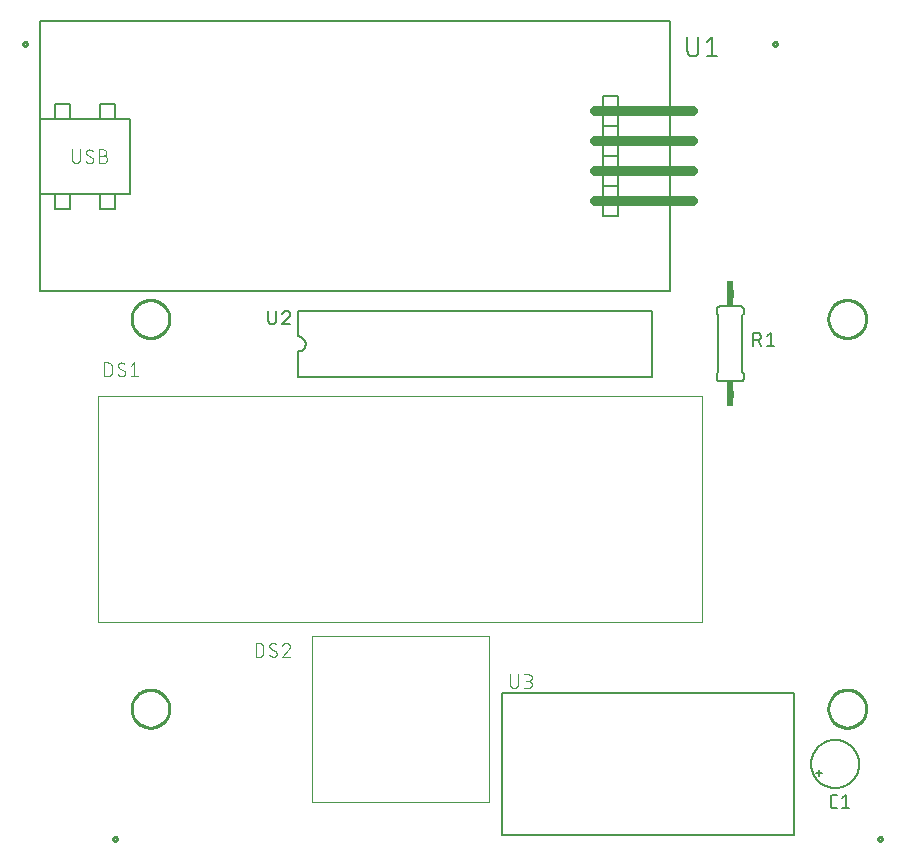
<source format=gbr>
G04 EAGLE Gerber RS-274X export*
G75*
%MOMM*%
%FSLAX34Y34*%
%LPD*%
%INSilkscreen Top*%
%IPPOS*%
%AMOC8*
5,1,8,0,0,1.08239X$1,22.5*%
G01*
%ADD10C,0.152400*%
%ADD11C,0.127000*%
%ADD12C,0.100000*%
%ADD13C,0.101600*%
%ADD14C,0.609600*%
%ADD15R,0.609600X0.863600*%
%ADD16C,0.812800*%
%ADD17C,0.254000*%


D10*
X760730Y231140D02*
X760730Y236220D01*
X763270Y233680D02*
X758190Y233680D01*
X754380Y241300D02*
X754386Y241799D01*
X754404Y242297D01*
X754435Y242795D01*
X754478Y243292D01*
X754533Y243787D01*
X754600Y244282D01*
X754679Y244774D01*
X754770Y245264D01*
X754874Y245752D01*
X754989Y246237D01*
X755116Y246720D01*
X755255Y247199D01*
X755406Y247674D01*
X755568Y248146D01*
X755742Y248613D01*
X755927Y249076D01*
X756123Y249535D01*
X756331Y249988D01*
X756550Y250436D01*
X756779Y250879D01*
X757020Y251316D01*
X757271Y251747D01*
X757533Y252171D01*
X757805Y252589D01*
X758087Y253000D01*
X758379Y253405D01*
X758681Y253802D01*
X758992Y254191D01*
X759314Y254572D01*
X759644Y254946D01*
X759983Y255311D01*
X760332Y255668D01*
X760689Y256017D01*
X761054Y256356D01*
X761428Y256686D01*
X761809Y257008D01*
X762198Y257319D01*
X762595Y257621D01*
X763000Y257913D01*
X763411Y258195D01*
X763829Y258467D01*
X764253Y258729D01*
X764684Y258980D01*
X765121Y259221D01*
X765564Y259450D01*
X766012Y259669D01*
X766465Y259877D01*
X766924Y260073D01*
X767387Y260258D01*
X767854Y260432D01*
X768326Y260594D01*
X768801Y260745D01*
X769280Y260884D01*
X769763Y261011D01*
X770248Y261126D01*
X770736Y261230D01*
X771226Y261321D01*
X771718Y261400D01*
X772213Y261467D01*
X772708Y261522D01*
X773205Y261565D01*
X773703Y261596D01*
X774201Y261614D01*
X774700Y261620D01*
X775199Y261614D01*
X775697Y261596D01*
X776195Y261565D01*
X776692Y261522D01*
X777187Y261467D01*
X777682Y261400D01*
X778174Y261321D01*
X778664Y261230D01*
X779152Y261126D01*
X779637Y261011D01*
X780120Y260884D01*
X780599Y260745D01*
X781074Y260594D01*
X781546Y260432D01*
X782013Y260258D01*
X782476Y260073D01*
X782935Y259877D01*
X783388Y259669D01*
X783836Y259450D01*
X784279Y259221D01*
X784716Y258980D01*
X785147Y258729D01*
X785571Y258467D01*
X785989Y258195D01*
X786400Y257913D01*
X786805Y257621D01*
X787202Y257319D01*
X787591Y257008D01*
X787972Y256686D01*
X788346Y256356D01*
X788711Y256017D01*
X789068Y255668D01*
X789417Y255311D01*
X789756Y254946D01*
X790086Y254572D01*
X790408Y254191D01*
X790719Y253802D01*
X791021Y253405D01*
X791313Y253000D01*
X791595Y252589D01*
X791867Y252171D01*
X792129Y251747D01*
X792380Y251316D01*
X792621Y250879D01*
X792850Y250436D01*
X793069Y249988D01*
X793277Y249535D01*
X793473Y249076D01*
X793658Y248613D01*
X793832Y248146D01*
X793994Y247674D01*
X794145Y247199D01*
X794284Y246720D01*
X794411Y246237D01*
X794526Y245752D01*
X794630Y245264D01*
X794721Y244774D01*
X794800Y244282D01*
X794867Y243787D01*
X794922Y243292D01*
X794965Y242795D01*
X794996Y242297D01*
X795014Y241799D01*
X795020Y241300D01*
X795014Y240801D01*
X794996Y240303D01*
X794965Y239805D01*
X794922Y239308D01*
X794867Y238813D01*
X794800Y238318D01*
X794721Y237826D01*
X794630Y237336D01*
X794526Y236848D01*
X794411Y236363D01*
X794284Y235880D01*
X794145Y235401D01*
X793994Y234926D01*
X793832Y234454D01*
X793658Y233987D01*
X793473Y233524D01*
X793277Y233065D01*
X793069Y232612D01*
X792850Y232164D01*
X792621Y231721D01*
X792380Y231284D01*
X792129Y230853D01*
X791867Y230429D01*
X791595Y230011D01*
X791313Y229600D01*
X791021Y229195D01*
X790719Y228798D01*
X790408Y228409D01*
X790086Y228028D01*
X789756Y227654D01*
X789417Y227289D01*
X789068Y226932D01*
X788711Y226583D01*
X788346Y226244D01*
X787972Y225914D01*
X787591Y225592D01*
X787202Y225281D01*
X786805Y224979D01*
X786400Y224687D01*
X785989Y224405D01*
X785571Y224133D01*
X785147Y223871D01*
X784716Y223620D01*
X784279Y223379D01*
X783836Y223150D01*
X783388Y222931D01*
X782935Y222723D01*
X782476Y222527D01*
X782013Y222342D01*
X781546Y222168D01*
X781074Y222006D01*
X780599Y221855D01*
X780120Y221716D01*
X779637Y221589D01*
X779152Y221474D01*
X778664Y221370D01*
X778174Y221279D01*
X777682Y221200D01*
X777187Y221133D01*
X776692Y221078D01*
X776195Y221035D01*
X775697Y221004D01*
X775199Y220986D01*
X774700Y220980D01*
X774201Y220986D01*
X773703Y221004D01*
X773205Y221035D01*
X772708Y221078D01*
X772213Y221133D01*
X771718Y221200D01*
X771226Y221279D01*
X770736Y221370D01*
X770248Y221474D01*
X769763Y221589D01*
X769280Y221716D01*
X768801Y221855D01*
X768326Y222006D01*
X767854Y222168D01*
X767387Y222342D01*
X766924Y222527D01*
X766465Y222723D01*
X766012Y222931D01*
X765564Y223150D01*
X765121Y223379D01*
X764684Y223620D01*
X764253Y223871D01*
X763829Y224133D01*
X763411Y224405D01*
X763000Y224687D01*
X762595Y224979D01*
X762198Y225281D01*
X761809Y225592D01*
X761428Y225914D01*
X761054Y226244D01*
X760689Y226583D01*
X760332Y226932D01*
X759983Y227289D01*
X759644Y227654D01*
X759314Y228028D01*
X758992Y228409D01*
X758681Y228798D01*
X758379Y229195D01*
X758087Y229600D01*
X757805Y230011D01*
X757533Y230429D01*
X757271Y230853D01*
X757020Y231284D01*
X756779Y231721D01*
X756550Y232164D01*
X756331Y232612D01*
X756123Y233065D01*
X755927Y233524D01*
X755742Y233987D01*
X755568Y234454D01*
X755406Y234926D01*
X755255Y235401D01*
X755116Y235880D01*
X754989Y236363D01*
X754874Y236848D01*
X754770Y237336D01*
X754679Y237826D01*
X754600Y238318D01*
X754533Y238813D01*
X754478Y239308D01*
X754435Y239805D01*
X754404Y240303D01*
X754386Y240801D01*
X754380Y241300D01*
D11*
X773393Y203835D02*
X775933Y203835D01*
X773393Y203835D02*
X773293Y203837D01*
X773194Y203843D01*
X773094Y203853D01*
X772996Y203866D01*
X772897Y203884D01*
X772800Y203905D01*
X772704Y203930D01*
X772608Y203959D01*
X772514Y203992D01*
X772421Y204028D01*
X772330Y204068D01*
X772240Y204112D01*
X772152Y204159D01*
X772066Y204209D01*
X771982Y204263D01*
X771900Y204320D01*
X771821Y204380D01*
X771743Y204444D01*
X771669Y204510D01*
X771597Y204579D01*
X771528Y204651D01*
X771462Y204725D01*
X771398Y204803D01*
X771338Y204882D01*
X771281Y204964D01*
X771227Y205048D01*
X771177Y205134D01*
X771130Y205222D01*
X771086Y205312D01*
X771046Y205403D01*
X771010Y205496D01*
X770977Y205590D01*
X770948Y205686D01*
X770923Y205782D01*
X770902Y205879D01*
X770884Y205978D01*
X770871Y206076D01*
X770861Y206176D01*
X770855Y206275D01*
X770853Y206375D01*
X770853Y212725D01*
X770855Y212825D01*
X770861Y212924D01*
X770871Y213024D01*
X770884Y213122D01*
X770902Y213221D01*
X770923Y213318D01*
X770948Y213414D01*
X770977Y213510D01*
X771010Y213604D01*
X771046Y213697D01*
X771086Y213788D01*
X771130Y213878D01*
X771177Y213966D01*
X771227Y214052D01*
X771281Y214136D01*
X771338Y214218D01*
X771398Y214297D01*
X771462Y214375D01*
X771528Y214449D01*
X771597Y214521D01*
X771669Y214590D01*
X771743Y214656D01*
X771821Y214720D01*
X771900Y214780D01*
X771982Y214837D01*
X772066Y214891D01*
X772152Y214941D01*
X772240Y214988D01*
X772330Y215032D01*
X772421Y215072D01*
X772514Y215108D01*
X772608Y215141D01*
X772704Y215170D01*
X772800Y215195D01*
X772897Y215216D01*
X772996Y215234D01*
X773094Y215247D01*
X773194Y215257D01*
X773293Y215263D01*
X773393Y215265D01*
X775933Y215265D01*
X780415Y212725D02*
X783590Y215265D01*
X783590Y203835D01*
X780415Y203835D02*
X786765Y203835D01*
D12*
X662400Y552700D02*
X150400Y552700D01*
X662400Y552700D02*
X662400Y361700D01*
X150400Y361700D01*
X150400Y552700D01*
D13*
X155695Y569468D02*
X155695Y581152D01*
X158941Y581152D01*
X159054Y581150D01*
X159167Y581144D01*
X159280Y581134D01*
X159393Y581120D01*
X159505Y581103D01*
X159616Y581081D01*
X159726Y581056D01*
X159836Y581026D01*
X159944Y580993D01*
X160051Y580956D01*
X160157Y580916D01*
X160261Y580871D01*
X160364Y580823D01*
X160465Y580772D01*
X160564Y580717D01*
X160661Y580659D01*
X160756Y580597D01*
X160849Y580532D01*
X160939Y580464D01*
X161027Y580393D01*
X161113Y580318D01*
X161196Y580241D01*
X161276Y580161D01*
X161353Y580078D01*
X161428Y579992D01*
X161499Y579904D01*
X161567Y579814D01*
X161632Y579721D01*
X161694Y579626D01*
X161752Y579529D01*
X161807Y579430D01*
X161858Y579329D01*
X161906Y579226D01*
X161951Y579122D01*
X161991Y579016D01*
X162028Y578909D01*
X162061Y578801D01*
X162091Y578691D01*
X162116Y578581D01*
X162138Y578470D01*
X162155Y578358D01*
X162169Y578245D01*
X162179Y578132D01*
X162185Y578019D01*
X162187Y577906D01*
X162186Y577906D02*
X162186Y572714D01*
X162187Y572714D02*
X162185Y572601D01*
X162179Y572488D01*
X162169Y572375D01*
X162155Y572262D01*
X162138Y572150D01*
X162116Y572039D01*
X162091Y571929D01*
X162061Y571819D01*
X162028Y571711D01*
X161991Y571604D01*
X161951Y571498D01*
X161906Y571394D01*
X161858Y571291D01*
X161807Y571190D01*
X161752Y571091D01*
X161694Y570994D01*
X161632Y570899D01*
X161567Y570806D01*
X161499Y570716D01*
X161428Y570628D01*
X161353Y570542D01*
X161276Y570459D01*
X161196Y570379D01*
X161113Y570302D01*
X161027Y570227D01*
X160939Y570156D01*
X160849Y570088D01*
X160756Y570023D01*
X160661Y569961D01*
X160564Y569903D01*
X160465Y569848D01*
X160364Y569797D01*
X160261Y569749D01*
X160157Y569704D01*
X160051Y569664D01*
X159944Y569627D01*
X159836Y569594D01*
X159726Y569564D01*
X159616Y569539D01*
X159505Y569517D01*
X159393Y569500D01*
X159280Y569486D01*
X159167Y569476D01*
X159054Y569470D01*
X158941Y569468D01*
X155695Y569468D01*
X171020Y569468D02*
X171119Y569470D01*
X171219Y569476D01*
X171318Y569485D01*
X171416Y569498D01*
X171514Y569515D01*
X171612Y569536D01*
X171708Y569561D01*
X171803Y569589D01*
X171897Y569621D01*
X171990Y569656D01*
X172082Y569695D01*
X172172Y569738D01*
X172260Y569783D01*
X172347Y569833D01*
X172431Y569885D01*
X172514Y569941D01*
X172594Y569999D01*
X172672Y570061D01*
X172747Y570126D01*
X172820Y570194D01*
X172890Y570264D01*
X172958Y570337D01*
X173023Y570412D01*
X173085Y570490D01*
X173143Y570570D01*
X173199Y570653D01*
X173251Y570737D01*
X173301Y570824D01*
X173346Y570912D01*
X173389Y571002D01*
X173428Y571094D01*
X173463Y571187D01*
X173495Y571281D01*
X173523Y571376D01*
X173548Y571472D01*
X173569Y571570D01*
X173586Y571668D01*
X173599Y571766D01*
X173608Y571865D01*
X173614Y571965D01*
X173616Y572064D01*
X171020Y569468D02*
X170876Y569470D01*
X170731Y569476D01*
X170587Y569485D01*
X170444Y569498D01*
X170300Y569515D01*
X170157Y569536D01*
X170015Y569561D01*
X169874Y569589D01*
X169733Y569621D01*
X169593Y569657D01*
X169454Y569696D01*
X169316Y569739D01*
X169180Y569786D01*
X169044Y569836D01*
X168910Y569890D01*
X168778Y569947D01*
X168647Y570008D01*
X168518Y570072D01*
X168390Y570140D01*
X168264Y570210D01*
X168140Y570285D01*
X168019Y570362D01*
X167899Y570443D01*
X167781Y570526D01*
X167666Y570613D01*
X167553Y570703D01*
X167442Y570796D01*
X167334Y570891D01*
X167228Y570990D01*
X167125Y571091D01*
X167450Y578556D02*
X167452Y578655D01*
X167458Y578755D01*
X167467Y578854D01*
X167480Y578952D01*
X167497Y579050D01*
X167518Y579148D01*
X167543Y579244D01*
X167571Y579339D01*
X167603Y579433D01*
X167638Y579526D01*
X167677Y579618D01*
X167720Y579708D01*
X167765Y579796D01*
X167815Y579883D01*
X167867Y579967D01*
X167923Y580050D01*
X167981Y580130D01*
X168043Y580208D01*
X168108Y580283D01*
X168176Y580356D01*
X168246Y580426D01*
X168319Y580494D01*
X168394Y580559D01*
X168472Y580621D01*
X168552Y580679D01*
X168635Y580735D01*
X168719Y580787D01*
X168806Y580837D01*
X168894Y580882D01*
X168984Y580925D01*
X169076Y580964D01*
X169169Y580999D01*
X169263Y581031D01*
X169358Y581059D01*
X169455Y581084D01*
X169552Y581105D01*
X169650Y581122D01*
X169748Y581135D01*
X169847Y581144D01*
X169947Y581150D01*
X170046Y581152D01*
X170182Y581150D01*
X170318Y581144D01*
X170454Y581135D01*
X170590Y581122D01*
X170725Y581104D01*
X170859Y581084D01*
X170993Y581059D01*
X171127Y581031D01*
X171259Y580998D01*
X171390Y580963D01*
X171521Y580923D01*
X171650Y580880D01*
X171778Y580834D01*
X171904Y580783D01*
X172030Y580730D01*
X172153Y580672D01*
X172275Y580612D01*
X172395Y580548D01*
X172514Y580480D01*
X172630Y580410D01*
X172744Y580336D01*
X172857Y580259D01*
X172967Y580178D01*
X168747Y576284D02*
X168661Y576337D01*
X168577Y576394D01*
X168495Y576453D01*
X168415Y576516D01*
X168338Y576582D01*
X168263Y576650D01*
X168191Y576722D01*
X168122Y576796D01*
X168056Y576873D01*
X167993Y576952D01*
X167933Y577034D01*
X167876Y577118D01*
X167822Y577204D01*
X167772Y577292D01*
X167725Y577382D01*
X167681Y577473D01*
X167642Y577567D01*
X167605Y577661D01*
X167573Y577757D01*
X167544Y577855D01*
X167519Y577953D01*
X167498Y578052D01*
X167480Y578152D01*
X167467Y578252D01*
X167457Y578353D01*
X167451Y578455D01*
X167449Y578556D01*
X172318Y574336D02*
X172404Y574283D01*
X172488Y574226D01*
X172570Y574167D01*
X172650Y574104D01*
X172727Y574038D01*
X172802Y573970D01*
X172874Y573898D01*
X172943Y573824D01*
X173009Y573747D01*
X173072Y573668D01*
X173132Y573586D01*
X173189Y573502D01*
X173243Y573416D01*
X173293Y573328D01*
X173340Y573238D01*
X173384Y573147D01*
X173423Y573053D01*
X173460Y572959D01*
X173492Y572863D01*
X173521Y572765D01*
X173546Y572667D01*
X173567Y572568D01*
X173585Y572468D01*
X173598Y572368D01*
X173608Y572267D01*
X173614Y572165D01*
X173616Y572064D01*
X172318Y574336D02*
X168748Y576284D01*
X178174Y578556D02*
X181419Y581152D01*
X181419Y569468D01*
X178174Y569468D02*
X184665Y569468D01*
D12*
X331400Y349400D02*
X481400Y349400D01*
X481400Y209400D01*
X331400Y209400D01*
X331400Y349400D01*
D13*
X283965Y343662D02*
X283965Y331978D01*
X283965Y343662D02*
X287211Y343662D01*
X287324Y343660D01*
X287437Y343654D01*
X287550Y343644D01*
X287663Y343630D01*
X287775Y343613D01*
X287886Y343591D01*
X287996Y343566D01*
X288106Y343536D01*
X288214Y343503D01*
X288321Y343466D01*
X288427Y343426D01*
X288531Y343381D01*
X288634Y343333D01*
X288735Y343282D01*
X288834Y343227D01*
X288931Y343169D01*
X289026Y343107D01*
X289119Y343042D01*
X289209Y342974D01*
X289297Y342903D01*
X289383Y342828D01*
X289466Y342751D01*
X289546Y342671D01*
X289623Y342588D01*
X289698Y342502D01*
X289769Y342414D01*
X289837Y342324D01*
X289902Y342231D01*
X289964Y342136D01*
X290022Y342039D01*
X290077Y341940D01*
X290128Y341839D01*
X290176Y341736D01*
X290221Y341632D01*
X290261Y341526D01*
X290298Y341419D01*
X290331Y341311D01*
X290361Y341201D01*
X290386Y341091D01*
X290408Y340980D01*
X290425Y340868D01*
X290439Y340755D01*
X290449Y340642D01*
X290455Y340529D01*
X290457Y340416D01*
X290456Y340416D02*
X290456Y335224D01*
X290457Y335224D02*
X290455Y335111D01*
X290449Y334998D01*
X290439Y334885D01*
X290425Y334772D01*
X290408Y334660D01*
X290386Y334549D01*
X290361Y334439D01*
X290331Y334329D01*
X290298Y334221D01*
X290261Y334114D01*
X290221Y334008D01*
X290176Y333904D01*
X290128Y333801D01*
X290077Y333700D01*
X290022Y333601D01*
X289964Y333504D01*
X289902Y333409D01*
X289837Y333316D01*
X289769Y333226D01*
X289698Y333138D01*
X289623Y333052D01*
X289546Y332969D01*
X289466Y332889D01*
X289383Y332812D01*
X289297Y332737D01*
X289209Y332666D01*
X289119Y332598D01*
X289026Y332533D01*
X288931Y332471D01*
X288834Y332413D01*
X288735Y332358D01*
X288634Y332307D01*
X288531Y332259D01*
X288427Y332214D01*
X288321Y332174D01*
X288214Y332137D01*
X288106Y332104D01*
X287996Y332074D01*
X287886Y332049D01*
X287775Y332027D01*
X287663Y332010D01*
X287550Y331996D01*
X287437Y331986D01*
X287324Y331980D01*
X287211Y331978D01*
X283965Y331978D01*
X299290Y331978D02*
X299389Y331980D01*
X299489Y331986D01*
X299588Y331995D01*
X299686Y332008D01*
X299784Y332025D01*
X299882Y332046D01*
X299978Y332071D01*
X300073Y332099D01*
X300167Y332131D01*
X300260Y332166D01*
X300352Y332205D01*
X300442Y332248D01*
X300530Y332293D01*
X300617Y332343D01*
X300701Y332395D01*
X300784Y332451D01*
X300864Y332509D01*
X300942Y332571D01*
X301017Y332636D01*
X301090Y332704D01*
X301160Y332774D01*
X301228Y332847D01*
X301293Y332922D01*
X301355Y333000D01*
X301413Y333080D01*
X301469Y333163D01*
X301521Y333247D01*
X301571Y333334D01*
X301616Y333422D01*
X301659Y333512D01*
X301698Y333604D01*
X301733Y333697D01*
X301765Y333791D01*
X301793Y333886D01*
X301818Y333982D01*
X301839Y334080D01*
X301856Y334178D01*
X301869Y334276D01*
X301878Y334375D01*
X301884Y334475D01*
X301886Y334574D01*
X299290Y331978D02*
X299146Y331980D01*
X299001Y331986D01*
X298857Y331995D01*
X298714Y332008D01*
X298570Y332025D01*
X298427Y332046D01*
X298285Y332071D01*
X298144Y332099D01*
X298003Y332131D01*
X297863Y332167D01*
X297724Y332206D01*
X297586Y332249D01*
X297450Y332296D01*
X297314Y332346D01*
X297180Y332400D01*
X297048Y332457D01*
X296917Y332518D01*
X296788Y332582D01*
X296660Y332650D01*
X296534Y332720D01*
X296410Y332795D01*
X296289Y332872D01*
X296169Y332953D01*
X296051Y333036D01*
X295936Y333123D01*
X295823Y333213D01*
X295712Y333306D01*
X295604Y333401D01*
X295498Y333500D01*
X295395Y333601D01*
X295720Y341066D02*
X295722Y341165D01*
X295728Y341265D01*
X295737Y341364D01*
X295750Y341462D01*
X295767Y341560D01*
X295788Y341658D01*
X295813Y341754D01*
X295841Y341849D01*
X295873Y341943D01*
X295908Y342036D01*
X295947Y342128D01*
X295990Y342218D01*
X296035Y342306D01*
X296085Y342393D01*
X296137Y342477D01*
X296193Y342560D01*
X296251Y342640D01*
X296313Y342718D01*
X296378Y342793D01*
X296446Y342866D01*
X296516Y342936D01*
X296589Y343004D01*
X296664Y343069D01*
X296742Y343131D01*
X296822Y343189D01*
X296905Y343245D01*
X296989Y343297D01*
X297076Y343347D01*
X297164Y343392D01*
X297254Y343435D01*
X297346Y343474D01*
X297439Y343509D01*
X297533Y343541D01*
X297628Y343569D01*
X297725Y343594D01*
X297822Y343615D01*
X297920Y343632D01*
X298018Y343645D01*
X298117Y343654D01*
X298217Y343660D01*
X298316Y343662D01*
X298452Y343660D01*
X298588Y343654D01*
X298724Y343645D01*
X298860Y343632D01*
X298995Y343614D01*
X299129Y343594D01*
X299263Y343569D01*
X299397Y343541D01*
X299529Y343508D01*
X299660Y343473D01*
X299791Y343433D01*
X299920Y343390D01*
X300048Y343344D01*
X300174Y343293D01*
X300300Y343240D01*
X300423Y343182D01*
X300545Y343122D01*
X300665Y343058D01*
X300784Y342990D01*
X300900Y342920D01*
X301014Y342846D01*
X301127Y342769D01*
X301237Y342688D01*
X297017Y338794D02*
X296931Y338847D01*
X296847Y338904D01*
X296765Y338963D01*
X296685Y339026D01*
X296608Y339092D01*
X296533Y339160D01*
X296461Y339232D01*
X296392Y339306D01*
X296326Y339383D01*
X296263Y339462D01*
X296203Y339544D01*
X296146Y339628D01*
X296092Y339714D01*
X296042Y339802D01*
X295995Y339892D01*
X295951Y339983D01*
X295912Y340077D01*
X295875Y340171D01*
X295843Y340267D01*
X295814Y340365D01*
X295789Y340463D01*
X295768Y340562D01*
X295750Y340662D01*
X295737Y340762D01*
X295727Y340863D01*
X295721Y340965D01*
X295719Y341066D01*
X300588Y336846D02*
X300674Y336793D01*
X300758Y336736D01*
X300840Y336677D01*
X300920Y336614D01*
X300997Y336548D01*
X301072Y336480D01*
X301144Y336408D01*
X301213Y336334D01*
X301279Y336257D01*
X301342Y336178D01*
X301402Y336096D01*
X301459Y336012D01*
X301513Y335926D01*
X301563Y335838D01*
X301610Y335748D01*
X301654Y335657D01*
X301693Y335563D01*
X301730Y335469D01*
X301762Y335373D01*
X301791Y335275D01*
X301816Y335177D01*
X301837Y335078D01*
X301855Y334978D01*
X301868Y334878D01*
X301878Y334777D01*
X301884Y334675D01*
X301886Y334574D01*
X300588Y336846D02*
X297018Y338794D01*
X310014Y343662D02*
X310121Y343660D01*
X310227Y343654D01*
X310333Y343644D01*
X310439Y343631D01*
X310545Y343613D01*
X310649Y343592D01*
X310753Y343567D01*
X310856Y343538D01*
X310957Y343506D01*
X311057Y343469D01*
X311156Y343429D01*
X311254Y343386D01*
X311350Y343339D01*
X311444Y343288D01*
X311536Y343234D01*
X311626Y343177D01*
X311714Y343117D01*
X311799Y343053D01*
X311882Y342986D01*
X311963Y342916D01*
X312041Y342844D01*
X312117Y342768D01*
X312189Y342690D01*
X312259Y342609D01*
X312326Y342526D01*
X312390Y342441D01*
X312450Y342353D01*
X312507Y342263D01*
X312561Y342171D01*
X312612Y342077D01*
X312659Y341981D01*
X312702Y341883D01*
X312742Y341784D01*
X312779Y341684D01*
X312811Y341583D01*
X312840Y341480D01*
X312865Y341376D01*
X312886Y341272D01*
X312904Y341166D01*
X312917Y341060D01*
X312927Y340954D01*
X312933Y340848D01*
X312935Y340741D01*
X310014Y343662D02*
X309893Y343660D01*
X309772Y343654D01*
X309652Y343644D01*
X309531Y343631D01*
X309412Y343613D01*
X309292Y343592D01*
X309174Y343567D01*
X309057Y343538D01*
X308940Y343505D01*
X308825Y343469D01*
X308711Y343428D01*
X308598Y343385D01*
X308486Y343337D01*
X308377Y343286D01*
X308269Y343231D01*
X308162Y343173D01*
X308058Y343112D01*
X307956Y343047D01*
X307856Y342979D01*
X307758Y342908D01*
X307662Y342834D01*
X307569Y342757D01*
X307479Y342676D01*
X307391Y342593D01*
X307306Y342507D01*
X307223Y342418D01*
X307144Y342327D01*
X307067Y342233D01*
X306994Y342137D01*
X306924Y342039D01*
X306857Y341938D01*
X306793Y341835D01*
X306733Y341730D01*
X306676Y341623D01*
X306622Y341515D01*
X306572Y341405D01*
X306526Y341293D01*
X306483Y341180D01*
X306444Y341065D01*
X311962Y338469D02*
X312041Y338546D01*
X312117Y338627D01*
X312190Y338710D01*
X312260Y338795D01*
X312327Y338883D01*
X312391Y338973D01*
X312451Y339065D01*
X312508Y339160D01*
X312562Y339256D01*
X312613Y339354D01*
X312660Y339454D01*
X312704Y339556D01*
X312744Y339659D01*
X312780Y339763D01*
X312812Y339869D01*
X312841Y339975D01*
X312866Y340083D01*
X312888Y340191D01*
X312905Y340301D01*
X312919Y340410D01*
X312928Y340520D01*
X312934Y340631D01*
X312936Y340741D01*
X311961Y338469D02*
X306444Y331978D01*
X312935Y331978D01*
D10*
X674370Y567690D02*
X674372Y567590D01*
X674378Y567491D01*
X674388Y567391D01*
X674401Y567293D01*
X674419Y567194D01*
X674440Y567097D01*
X674465Y567001D01*
X674494Y566905D01*
X674527Y566811D01*
X674563Y566718D01*
X674603Y566627D01*
X674647Y566537D01*
X674694Y566449D01*
X674744Y566363D01*
X674798Y566279D01*
X674855Y566197D01*
X674915Y566118D01*
X674979Y566040D01*
X675045Y565966D01*
X675114Y565894D01*
X675186Y565825D01*
X675260Y565759D01*
X675338Y565695D01*
X675417Y565635D01*
X675499Y565578D01*
X675583Y565524D01*
X675669Y565474D01*
X675757Y565427D01*
X675847Y565383D01*
X675938Y565343D01*
X676031Y565307D01*
X676125Y565274D01*
X676221Y565245D01*
X676317Y565220D01*
X676414Y565199D01*
X676513Y565181D01*
X676611Y565168D01*
X676711Y565158D01*
X676810Y565152D01*
X676910Y565150D01*
X694690Y565150D02*
X694790Y565152D01*
X694889Y565158D01*
X694989Y565168D01*
X695087Y565181D01*
X695186Y565199D01*
X695283Y565220D01*
X695379Y565245D01*
X695475Y565274D01*
X695569Y565307D01*
X695662Y565343D01*
X695753Y565383D01*
X695843Y565427D01*
X695931Y565474D01*
X696017Y565524D01*
X696101Y565578D01*
X696183Y565635D01*
X696262Y565695D01*
X696340Y565759D01*
X696414Y565825D01*
X696486Y565894D01*
X696555Y565966D01*
X696621Y566040D01*
X696685Y566118D01*
X696745Y566197D01*
X696802Y566279D01*
X696856Y566363D01*
X696906Y566449D01*
X696953Y566537D01*
X696997Y566627D01*
X697037Y566718D01*
X697073Y566811D01*
X697106Y566905D01*
X697135Y567001D01*
X697160Y567097D01*
X697181Y567194D01*
X697199Y567293D01*
X697212Y567391D01*
X697222Y567491D01*
X697228Y567590D01*
X697230Y567690D01*
X697230Y626110D02*
X697228Y626210D01*
X697222Y626309D01*
X697212Y626409D01*
X697199Y626507D01*
X697181Y626606D01*
X697160Y626703D01*
X697135Y626799D01*
X697106Y626895D01*
X697073Y626989D01*
X697037Y627082D01*
X696997Y627173D01*
X696953Y627263D01*
X696906Y627351D01*
X696856Y627437D01*
X696802Y627521D01*
X696745Y627603D01*
X696685Y627682D01*
X696621Y627760D01*
X696555Y627834D01*
X696486Y627906D01*
X696414Y627975D01*
X696340Y628041D01*
X696262Y628105D01*
X696183Y628165D01*
X696101Y628222D01*
X696017Y628276D01*
X695931Y628326D01*
X695843Y628373D01*
X695753Y628417D01*
X695662Y628457D01*
X695569Y628493D01*
X695475Y628526D01*
X695379Y628555D01*
X695283Y628580D01*
X695186Y628601D01*
X695087Y628619D01*
X694989Y628632D01*
X694889Y628642D01*
X694790Y628648D01*
X694690Y628650D01*
X676910Y628650D02*
X676810Y628648D01*
X676711Y628642D01*
X676611Y628632D01*
X676513Y628619D01*
X676414Y628601D01*
X676317Y628580D01*
X676221Y628555D01*
X676125Y628526D01*
X676031Y628493D01*
X675938Y628457D01*
X675847Y628417D01*
X675757Y628373D01*
X675669Y628326D01*
X675583Y628276D01*
X675499Y628222D01*
X675417Y628165D01*
X675338Y628105D01*
X675260Y628041D01*
X675186Y627975D01*
X675114Y627906D01*
X675045Y627834D01*
X674979Y627760D01*
X674915Y627682D01*
X674855Y627603D01*
X674798Y627521D01*
X674744Y627437D01*
X674694Y627351D01*
X674647Y627263D01*
X674603Y627173D01*
X674563Y627082D01*
X674527Y626989D01*
X674494Y626895D01*
X674465Y626799D01*
X674440Y626703D01*
X674419Y626606D01*
X674401Y626507D01*
X674388Y626409D01*
X674378Y626309D01*
X674372Y626210D01*
X674370Y626110D01*
X676910Y565150D02*
X694690Y565150D01*
X674370Y567690D02*
X674370Y571500D01*
X675640Y572770D01*
X697230Y571500D02*
X697230Y567690D01*
X697230Y571500D02*
X695960Y572770D01*
X675640Y621030D02*
X674370Y622300D01*
X675640Y621030D02*
X675640Y572770D01*
X695960Y621030D02*
X697230Y622300D01*
X695960Y621030D02*
X695960Y572770D01*
X674370Y622300D02*
X674370Y626110D01*
X697230Y626110D02*
X697230Y622300D01*
X694690Y628650D02*
X676910Y628650D01*
D14*
X685800Y637540D02*
X685800Y641350D01*
X685800Y556260D02*
X685800Y552450D01*
D15*
X685800Y632968D03*
X685800Y560832D03*
X685800Y645668D03*
X685800Y548132D03*
D11*
X705568Y594995D02*
X705568Y606425D01*
X708743Y606425D01*
X708854Y606423D01*
X708964Y606417D01*
X709075Y606408D01*
X709185Y606394D01*
X709294Y606377D01*
X709403Y606356D01*
X709511Y606331D01*
X709618Y606302D01*
X709724Y606270D01*
X709829Y606234D01*
X709932Y606194D01*
X710034Y606151D01*
X710135Y606104D01*
X710234Y606053D01*
X710331Y606000D01*
X710425Y605943D01*
X710518Y605882D01*
X710609Y605819D01*
X710698Y605752D01*
X710784Y605682D01*
X710867Y605609D01*
X710949Y605534D01*
X711027Y605456D01*
X711102Y605374D01*
X711175Y605291D01*
X711245Y605205D01*
X711312Y605116D01*
X711375Y605025D01*
X711436Y604932D01*
X711493Y604837D01*
X711546Y604741D01*
X711597Y604642D01*
X711644Y604541D01*
X711687Y604439D01*
X711727Y604336D01*
X711763Y604231D01*
X711795Y604125D01*
X711824Y604018D01*
X711849Y603910D01*
X711870Y603801D01*
X711887Y603692D01*
X711901Y603582D01*
X711910Y603471D01*
X711916Y603361D01*
X711918Y603250D01*
X711916Y603139D01*
X711910Y603029D01*
X711901Y602918D01*
X711887Y602808D01*
X711870Y602699D01*
X711849Y602590D01*
X711824Y602482D01*
X711795Y602375D01*
X711763Y602269D01*
X711727Y602164D01*
X711687Y602061D01*
X711644Y601959D01*
X711597Y601858D01*
X711546Y601759D01*
X711493Y601663D01*
X711436Y601568D01*
X711375Y601475D01*
X711312Y601384D01*
X711245Y601295D01*
X711175Y601209D01*
X711102Y601126D01*
X711027Y601044D01*
X710949Y600966D01*
X710867Y600891D01*
X710784Y600818D01*
X710698Y600748D01*
X710609Y600681D01*
X710518Y600618D01*
X710425Y600557D01*
X710331Y600500D01*
X710234Y600447D01*
X710135Y600396D01*
X710034Y600349D01*
X709932Y600306D01*
X709829Y600266D01*
X709724Y600230D01*
X709618Y600198D01*
X709511Y600169D01*
X709403Y600144D01*
X709294Y600123D01*
X709185Y600106D01*
X709075Y600092D01*
X708964Y600083D01*
X708854Y600077D01*
X708743Y600075D01*
X705568Y600075D01*
X709378Y600075D02*
X711918Y594995D01*
X716915Y603885D02*
X720090Y606425D01*
X720090Y594995D01*
X716915Y594995D02*
X723265Y594995D01*
D10*
X320040Y590550D02*
X320040Y568960D01*
X320040Y590550D02*
X320198Y590552D01*
X320357Y590558D01*
X320515Y590568D01*
X320672Y590582D01*
X320830Y590599D01*
X320986Y590621D01*
X321143Y590646D01*
X321298Y590676D01*
X321453Y590709D01*
X321607Y590746D01*
X321760Y590787D01*
X321912Y590832D01*
X322062Y590881D01*
X322212Y590933D01*
X322360Y590989D01*
X322507Y591049D01*
X322652Y591112D01*
X322795Y591179D01*
X322937Y591249D01*
X323077Y591323D01*
X323215Y591401D01*
X323351Y591482D01*
X323485Y591566D01*
X323617Y591653D01*
X323747Y591744D01*
X323874Y591838D01*
X323999Y591935D01*
X324122Y592036D01*
X324242Y592139D01*
X324359Y592245D01*
X324474Y592354D01*
X324586Y592466D01*
X324695Y592581D01*
X324801Y592698D01*
X324904Y592818D01*
X325005Y592941D01*
X325102Y593066D01*
X325196Y593193D01*
X325287Y593323D01*
X325374Y593455D01*
X325458Y593589D01*
X325539Y593725D01*
X325617Y593863D01*
X325691Y594003D01*
X325761Y594145D01*
X325828Y594288D01*
X325891Y594433D01*
X325951Y594580D01*
X326007Y594728D01*
X326059Y594878D01*
X326108Y595028D01*
X326153Y595180D01*
X326194Y595333D01*
X326231Y595487D01*
X326264Y595642D01*
X326294Y595797D01*
X326319Y595954D01*
X326341Y596110D01*
X326358Y596268D01*
X326372Y596425D01*
X326382Y596583D01*
X326388Y596742D01*
X326390Y596900D01*
X326388Y597058D01*
X326382Y597217D01*
X326372Y597375D01*
X326358Y597532D01*
X326341Y597690D01*
X326319Y597846D01*
X326294Y598003D01*
X326264Y598158D01*
X326231Y598313D01*
X326194Y598467D01*
X326153Y598620D01*
X326108Y598772D01*
X326059Y598922D01*
X326007Y599072D01*
X325951Y599220D01*
X325891Y599367D01*
X325828Y599512D01*
X325761Y599655D01*
X325691Y599797D01*
X325617Y599937D01*
X325539Y600075D01*
X325458Y600211D01*
X325374Y600345D01*
X325287Y600477D01*
X325196Y600607D01*
X325102Y600734D01*
X325005Y600859D01*
X324904Y600982D01*
X324801Y601102D01*
X324695Y601219D01*
X324586Y601334D01*
X324474Y601446D01*
X324359Y601555D01*
X324242Y601661D01*
X324122Y601764D01*
X323999Y601865D01*
X323874Y601962D01*
X323747Y602056D01*
X323617Y602147D01*
X323485Y602234D01*
X323351Y602318D01*
X323215Y602399D01*
X323077Y602477D01*
X322937Y602551D01*
X322795Y602621D01*
X322652Y602688D01*
X322507Y602751D01*
X322360Y602811D01*
X322212Y602867D01*
X322062Y602919D01*
X321912Y602968D01*
X321760Y603013D01*
X321607Y603054D01*
X321453Y603091D01*
X321298Y603124D01*
X321143Y603154D01*
X320986Y603179D01*
X320830Y603201D01*
X320672Y603218D01*
X320515Y603232D01*
X320357Y603242D01*
X320198Y603248D01*
X320040Y603250D01*
X619760Y624840D02*
X619760Y568960D01*
X320040Y568960D01*
X320040Y624840D02*
X619760Y624840D01*
X320040Y624840D02*
X320040Y603250D01*
D11*
X294894Y616712D02*
X294894Y624967D01*
X294894Y616712D02*
X294896Y616601D01*
X294902Y616491D01*
X294911Y616380D01*
X294925Y616270D01*
X294942Y616161D01*
X294963Y616052D01*
X294988Y615944D01*
X295017Y615837D01*
X295049Y615731D01*
X295085Y615626D01*
X295125Y615523D01*
X295168Y615421D01*
X295215Y615320D01*
X295266Y615221D01*
X295319Y615125D01*
X295376Y615030D01*
X295437Y614937D01*
X295500Y614846D01*
X295567Y614757D01*
X295637Y614671D01*
X295710Y614588D01*
X295785Y614506D01*
X295863Y614428D01*
X295945Y614353D01*
X296028Y614280D01*
X296114Y614210D01*
X296203Y614143D01*
X296294Y614080D01*
X296387Y614019D01*
X296482Y613962D01*
X296578Y613909D01*
X296677Y613858D01*
X296778Y613811D01*
X296880Y613768D01*
X296983Y613728D01*
X297088Y613692D01*
X297194Y613660D01*
X297301Y613631D01*
X297409Y613606D01*
X297518Y613585D01*
X297627Y613568D01*
X297737Y613554D01*
X297848Y613545D01*
X297958Y613539D01*
X298069Y613537D01*
X298180Y613539D01*
X298290Y613545D01*
X298401Y613554D01*
X298511Y613568D01*
X298620Y613585D01*
X298729Y613606D01*
X298837Y613631D01*
X298944Y613660D01*
X299050Y613692D01*
X299155Y613728D01*
X299258Y613768D01*
X299360Y613811D01*
X299461Y613858D01*
X299560Y613909D01*
X299656Y613962D01*
X299751Y614019D01*
X299844Y614080D01*
X299935Y614143D01*
X300024Y614210D01*
X300110Y614280D01*
X300193Y614353D01*
X300275Y614428D01*
X300353Y614506D01*
X300428Y614588D01*
X300501Y614671D01*
X300571Y614757D01*
X300638Y614846D01*
X300701Y614937D01*
X300762Y615030D01*
X300819Y615125D01*
X300872Y615221D01*
X300923Y615320D01*
X300970Y615421D01*
X301013Y615523D01*
X301053Y615626D01*
X301089Y615731D01*
X301121Y615837D01*
X301150Y615944D01*
X301175Y616052D01*
X301196Y616161D01*
X301213Y616270D01*
X301227Y616380D01*
X301236Y616491D01*
X301242Y616601D01*
X301244Y616712D01*
X301244Y624967D01*
X310198Y624968D02*
X310302Y624966D01*
X310407Y624960D01*
X310511Y624951D01*
X310614Y624938D01*
X310717Y624920D01*
X310819Y624900D01*
X310921Y624875D01*
X311021Y624847D01*
X311121Y624815D01*
X311219Y624779D01*
X311316Y624740D01*
X311411Y624698D01*
X311505Y624652D01*
X311597Y624602D01*
X311687Y624550D01*
X311775Y624494D01*
X311861Y624434D01*
X311945Y624372D01*
X312026Y624307D01*
X312105Y624239D01*
X312182Y624167D01*
X312255Y624094D01*
X312327Y624017D01*
X312395Y623938D01*
X312460Y623857D01*
X312522Y623773D01*
X312582Y623687D01*
X312638Y623599D01*
X312690Y623509D01*
X312740Y623417D01*
X312786Y623323D01*
X312828Y623228D01*
X312867Y623131D01*
X312903Y623033D01*
X312935Y622933D01*
X312963Y622833D01*
X312988Y622731D01*
X313008Y622629D01*
X313026Y622526D01*
X313039Y622423D01*
X313048Y622319D01*
X313054Y622214D01*
X313056Y622110D01*
X310198Y624967D02*
X310080Y624965D01*
X309961Y624959D01*
X309843Y624950D01*
X309726Y624937D01*
X309609Y624919D01*
X309492Y624899D01*
X309376Y624874D01*
X309261Y624846D01*
X309148Y624813D01*
X309035Y624778D01*
X308923Y624738D01*
X308813Y624696D01*
X308704Y624649D01*
X308596Y624599D01*
X308491Y624546D01*
X308387Y624489D01*
X308285Y624429D01*
X308185Y624366D01*
X308087Y624299D01*
X307991Y624230D01*
X307898Y624157D01*
X307807Y624081D01*
X307718Y624003D01*
X307632Y623921D01*
X307549Y623837D01*
X307468Y623751D01*
X307391Y623661D01*
X307316Y623570D01*
X307244Y623476D01*
X307175Y623379D01*
X307110Y623281D01*
X307047Y623180D01*
X306988Y623077D01*
X306932Y622973D01*
X306880Y622867D01*
X306831Y622759D01*
X306786Y622650D01*
X306744Y622539D01*
X306706Y622427D01*
X312103Y619888D02*
X312179Y619963D01*
X312254Y620042D01*
X312325Y620123D01*
X312394Y620207D01*
X312459Y620293D01*
X312521Y620381D01*
X312581Y620471D01*
X312637Y620563D01*
X312690Y620658D01*
X312739Y620754D01*
X312785Y620852D01*
X312828Y620951D01*
X312867Y621052D01*
X312902Y621154D01*
X312934Y621257D01*
X312962Y621361D01*
X312987Y621466D01*
X313008Y621573D01*
X313025Y621679D01*
X313038Y621786D01*
X313047Y621894D01*
X313053Y622002D01*
X313055Y622110D01*
X312103Y619887D02*
X306705Y613537D01*
X313055Y613537D01*
D10*
X492300Y301300D02*
X739600Y301300D01*
X739600Y181300D01*
X492300Y181300D01*
X492300Y301300D01*
D13*
X499618Y308554D02*
X499618Y316992D01*
X499618Y308554D02*
X499620Y308441D01*
X499626Y308328D01*
X499636Y308215D01*
X499650Y308102D01*
X499667Y307990D01*
X499689Y307879D01*
X499714Y307769D01*
X499744Y307659D01*
X499777Y307551D01*
X499814Y307444D01*
X499854Y307338D01*
X499899Y307234D01*
X499947Y307131D01*
X499998Y307030D01*
X500053Y306931D01*
X500111Y306834D01*
X500173Y306739D01*
X500238Y306646D01*
X500306Y306556D01*
X500377Y306468D01*
X500452Y306382D01*
X500529Y306299D01*
X500609Y306219D01*
X500692Y306142D01*
X500778Y306067D01*
X500866Y305996D01*
X500956Y305928D01*
X501049Y305863D01*
X501144Y305801D01*
X501241Y305743D01*
X501340Y305688D01*
X501441Y305637D01*
X501544Y305589D01*
X501648Y305544D01*
X501754Y305504D01*
X501861Y305467D01*
X501969Y305434D01*
X502079Y305404D01*
X502189Y305379D01*
X502300Y305357D01*
X502412Y305340D01*
X502525Y305326D01*
X502638Y305316D01*
X502751Y305310D01*
X502864Y305308D01*
X502977Y305310D01*
X503090Y305316D01*
X503203Y305326D01*
X503316Y305340D01*
X503428Y305357D01*
X503539Y305379D01*
X503649Y305404D01*
X503759Y305434D01*
X503867Y305467D01*
X503974Y305504D01*
X504080Y305544D01*
X504184Y305589D01*
X504287Y305637D01*
X504388Y305688D01*
X504487Y305743D01*
X504584Y305801D01*
X504679Y305863D01*
X504772Y305928D01*
X504862Y305996D01*
X504950Y306067D01*
X505036Y306142D01*
X505119Y306219D01*
X505199Y306299D01*
X505276Y306382D01*
X505351Y306468D01*
X505422Y306556D01*
X505490Y306646D01*
X505555Y306739D01*
X505617Y306834D01*
X505675Y306931D01*
X505730Y307030D01*
X505781Y307131D01*
X505829Y307234D01*
X505874Y307338D01*
X505914Y307444D01*
X505951Y307551D01*
X505984Y307659D01*
X506014Y307769D01*
X506039Y307879D01*
X506061Y307990D01*
X506078Y308102D01*
X506092Y308215D01*
X506102Y308328D01*
X506108Y308441D01*
X506110Y308554D01*
X506109Y308554D02*
X506109Y316992D01*
X511429Y305308D02*
X514675Y305308D01*
X514788Y305310D01*
X514901Y305316D01*
X515014Y305326D01*
X515127Y305340D01*
X515239Y305357D01*
X515350Y305379D01*
X515460Y305404D01*
X515570Y305434D01*
X515678Y305467D01*
X515785Y305504D01*
X515891Y305544D01*
X515995Y305589D01*
X516098Y305637D01*
X516199Y305688D01*
X516298Y305743D01*
X516395Y305801D01*
X516490Y305863D01*
X516583Y305928D01*
X516673Y305996D01*
X516761Y306067D01*
X516847Y306142D01*
X516930Y306219D01*
X517010Y306299D01*
X517087Y306382D01*
X517162Y306468D01*
X517233Y306556D01*
X517301Y306646D01*
X517366Y306739D01*
X517428Y306834D01*
X517486Y306931D01*
X517541Y307030D01*
X517592Y307131D01*
X517640Y307234D01*
X517685Y307338D01*
X517725Y307444D01*
X517762Y307551D01*
X517795Y307659D01*
X517825Y307769D01*
X517850Y307879D01*
X517872Y307990D01*
X517889Y308102D01*
X517903Y308215D01*
X517913Y308328D01*
X517919Y308441D01*
X517921Y308554D01*
X517919Y308667D01*
X517913Y308780D01*
X517903Y308893D01*
X517889Y309006D01*
X517872Y309118D01*
X517850Y309229D01*
X517825Y309339D01*
X517795Y309449D01*
X517762Y309557D01*
X517725Y309664D01*
X517685Y309770D01*
X517640Y309874D01*
X517592Y309977D01*
X517541Y310078D01*
X517486Y310177D01*
X517428Y310274D01*
X517366Y310369D01*
X517301Y310462D01*
X517233Y310552D01*
X517162Y310640D01*
X517087Y310726D01*
X517010Y310809D01*
X516930Y310889D01*
X516847Y310966D01*
X516761Y311041D01*
X516673Y311112D01*
X516583Y311180D01*
X516490Y311245D01*
X516395Y311307D01*
X516298Y311365D01*
X516199Y311420D01*
X516098Y311471D01*
X515995Y311519D01*
X515891Y311564D01*
X515785Y311604D01*
X515678Y311641D01*
X515570Y311674D01*
X515460Y311704D01*
X515350Y311729D01*
X515239Y311751D01*
X515127Y311768D01*
X515014Y311782D01*
X514901Y311792D01*
X514788Y311798D01*
X514675Y311800D01*
X515324Y316992D02*
X511429Y316992D01*
X515324Y316992D02*
X515425Y316990D01*
X515525Y316984D01*
X515625Y316974D01*
X515725Y316961D01*
X515824Y316943D01*
X515923Y316922D01*
X516020Y316897D01*
X516117Y316868D01*
X516212Y316835D01*
X516306Y316799D01*
X516398Y316759D01*
X516489Y316716D01*
X516578Y316669D01*
X516665Y316619D01*
X516751Y316565D01*
X516834Y316508D01*
X516914Y316448D01*
X516993Y316385D01*
X517069Y316318D01*
X517142Y316249D01*
X517212Y316177D01*
X517280Y316103D01*
X517345Y316026D01*
X517406Y315946D01*
X517465Y315864D01*
X517520Y315780D01*
X517572Y315694D01*
X517621Y315606D01*
X517666Y315516D01*
X517708Y315424D01*
X517746Y315331D01*
X517780Y315236D01*
X517811Y315141D01*
X517838Y315044D01*
X517861Y314946D01*
X517881Y314847D01*
X517896Y314747D01*
X517908Y314647D01*
X517916Y314547D01*
X517920Y314446D01*
X517920Y314346D01*
X517916Y314245D01*
X517908Y314145D01*
X517896Y314045D01*
X517881Y313945D01*
X517861Y313846D01*
X517838Y313748D01*
X517811Y313651D01*
X517780Y313556D01*
X517746Y313461D01*
X517708Y313368D01*
X517666Y313276D01*
X517621Y313186D01*
X517572Y313098D01*
X517520Y313012D01*
X517465Y312928D01*
X517406Y312846D01*
X517345Y312766D01*
X517280Y312689D01*
X517212Y312615D01*
X517142Y312543D01*
X517069Y312474D01*
X516993Y312407D01*
X516914Y312344D01*
X516834Y312284D01*
X516751Y312227D01*
X516665Y312173D01*
X516578Y312123D01*
X516489Y312076D01*
X516398Y312033D01*
X516306Y311993D01*
X516212Y311957D01*
X516117Y311924D01*
X516020Y311895D01*
X515923Y311870D01*
X515824Y311849D01*
X515725Y311831D01*
X515625Y311818D01*
X515525Y311808D01*
X515425Y311802D01*
X515324Y311800D01*
X515324Y311799D02*
X512727Y311799D01*
D11*
X101600Y641350D02*
X101600Y723900D01*
X101600Y787400D01*
X101600Y869950D01*
X635000Y869950D01*
X635000Y641350D01*
X101600Y641350D01*
X101600Y787400D02*
X114300Y787400D01*
X127000Y787400D01*
X152400Y787400D01*
X165100Y787400D01*
X177800Y787400D01*
X177800Y723900D01*
X165100Y723900D01*
X152400Y723900D01*
X127000Y723900D01*
X114300Y723900D01*
X101600Y723900D01*
X114300Y787400D02*
X114300Y800100D01*
X127000Y800100D01*
X127000Y787400D01*
X152400Y787400D02*
X152400Y800100D01*
X165100Y800100D01*
X165100Y787400D01*
X114300Y723900D02*
X114300Y711200D01*
X127000Y711200D01*
X127000Y723900D01*
X152400Y723900D02*
X152400Y711200D01*
X165100Y711200D01*
X165100Y723900D01*
X577850Y806450D02*
X590550Y806450D01*
X590550Y781050D01*
X590550Y755650D01*
X590550Y730250D01*
X590550Y704850D01*
X577850Y704850D01*
X577850Y730250D01*
X577850Y755650D01*
X577850Y781050D01*
X577850Y806450D01*
X577850Y781050D02*
X590550Y781050D01*
X590550Y755650D02*
X577850Y755650D01*
X577850Y730250D02*
X590550Y730250D01*
D16*
X571500Y793750D02*
X654050Y793750D01*
X654050Y768350D02*
X571500Y768350D01*
X571500Y742950D02*
X654050Y742950D01*
X654050Y717550D02*
X571500Y717550D01*
D13*
X128722Y753054D02*
X128722Y761492D01*
X128721Y753054D02*
X128723Y752941D01*
X128729Y752828D01*
X128739Y752715D01*
X128753Y752602D01*
X128770Y752490D01*
X128792Y752379D01*
X128817Y752269D01*
X128847Y752159D01*
X128880Y752051D01*
X128917Y751944D01*
X128957Y751838D01*
X129002Y751734D01*
X129050Y751631D01*
X129101Y751530D01*
X129156Y751431D01*
X129214Y751334D01*
X129276Y751239D01*
X129341Y751146D01*
X129409Y751056D01*
X129480Y750968D01*
X129555Y750882D01*
X129632Y750799D01*
X129712Y750719D01*
X129795Y750642D01*
X129881Y750567D01*
X129969Y750496D01*
X130059Y750428D01*
X130152Y750363D01*
X130247Y750301D01*
X130344Y750243D01*
X130443Y750188D01*
X130544Y750137D01*
X130647Y750089D01*
X130751Y750044D01*
X130857Y750004D01*
X130964Y749967D01*
X131072Y749934D01*
X131182Y749904D01*
X131292Y749879D01*
X131403Y749857D01*
X131515Y749840D01*
X131628Y749826D01*
X131741Y749816D01*
X131854Y749810D01*
X131967Y749808D01*
X132080Y749810D01*
X132193Y749816D01*
X132306Y749826D01*
X132419Y749840D01*
X132531Y749857D01*
X132642Y749879D01*
X132752Y749904D01*
X132862Y749934D01*
X132970Y749967D01*
X133077Y750004D01*
X133183Y750044D01*
X133287Y750089D01*
X133390Y750137D01*
X133491Y750188D01*
X133590Y750243D01*
X133687Y750301D01*
X133782Y750363D01*
X133875Y750428D01*
X133965Y750496D01*
X134053Y750567D01*
X134139Y750642D01*
X134222Y750719D01*
X134302Y750799D01*
X134379Y750882D01*
X134454Y750968D01*
X134525Y751056D01*
X134593Y751146D01*
X134658Y751239D01*
X134720Y751334D01*
X134778Y751431D01*
X134833Y751530D01*
X134884Y751631D01*
X134932Y751734D01*
X134977Y751838D01*
X135017Y751944D01*
X135054Y752051D01*
X135087Y752159D01*
X135117Y752269D01*
X135142Y752379D01*
X135164Y752490D01*
X135181Y752602D01*
X135195Y752715D01*
X135205Y752828D01*
X135211Y752941D01*
X135213Y753054D01*
X135213Y761492D01*
X146642Y752404D02*
X146640Y752305D01*
X146634Y752205D01*
X146625Y752106D01*
X146612Y752008D01*
X146595Y751910D01*
X146574Y751812D01*
X146549Y751716D01*
X146521Y751621D01*
X146489Y751527D01*
X146454Y751434D01*
X146415Y751342D01*
X146372Y751252D01*
X146327Y751164D01*
X146277Y751077D01*
X146225Y750993D01*
X146169Y750910D01*
X146111Y750830D01*
X146049Y750752D01*
X145984Y750677D01*
X145916Y750604D01*
X145846Y750534D01*
X145773Y750466D01*
X145698Y750401D01*
X145620Y750339D01*
X145540Y750281D01*
X145457Y750225D01*
X145373Y750173D01*
X145286Y750123D01*
X145198Y750078D01*
X145108Y750035D01*
X145016Y749996D01*
X144923Y749961D01*
X144829Y749929D01*
X144734Y749901D01*
X144638Y749876D01*
X144540Y749855D01*
X144442Y749838D01*
X144344Y749825D01*
X144245Y749816D01*
X144145Y749810D01*
X144046Y749808D01*
X143902Y749810D01*
X143757Y749816D01*
X143613Y749825D01*
X143470Y749838D01*
X143326Y749855D01*
X143183Y749876D01*
X143041Y749901D01*
X142900Y749929D01*
X142759Y749961D01*
X142619Y749997D01*
X142480Y750036D01*
X142342Y750079D01*
X142206Y750126D01*
X142070Y750176D01*
X141936Y750230D01*
X141804Y750287D01*
X141673Y750348D01*
X141544Y750412D01*
X141416Y750480D01*
X141290Y750550D01*
X141166Y750625D01*
X141045Y750702D01*
X140925Y750783D01*
X140807Y750866D01*
X140692Y750953D01*
X140579Y751043D01*
X140468Y751136D01*
X140360Y751231D01*
X140254Y751330D01*
X140151Y751431D01*
X140477Y758896D02*
X140479Y758995D01*
X140485Y759095D01*
X140494Y759194D01*
X140507Y759292D01*
X140524Y759390D01*
X140545Y759488D01*
X140570Y759584D01*
X140598Y759679D01*
X140630Y759773D01*
X140665Y759866D01*
X140704Y759958D01*
X140747Y760048D01*
X140792Y760136D01*
X140842Y760223D01*
X140894Y760307D01*
X140950Y760390D01*
X141008Y760470D01*
X141070Y760548D01*
X141135Y760623D01*
X141203Y760696D01*
X141273Y760766D01*
X141346Y760834D01*
X141421Y760899D01*
X141499Y760961D01*
X141579Y761019D01*
X141662Y761075D01*
X141746Y761127D01*
X141833Y761177D01*
X141921Y761222D01*
X142011Y761265D01*
X142103Y761304D01*
X142196Y761339D01*
X142290Y761371D01*
X142385Y761399D01*
X142482Y761424D01*
X142579Y761445D01*
X142677Y761462D01*
X142775Y761475D01*
X142874Y761484D01*
X142974Y761490D01*
X143073Y761492D01*
X143209Y761490D01*
X143345Y761484D01*
X143481Y761475D01*
X143617Y761462D01*
X143752Y761444D01*
X143886Y761424D01*
X144020Y761399D01*
X144154Y761371D01*
X144286Y761338D01*
X144417Y761303D01*
X144548Y761263D01*
X144677Y761220D01*
X144805Y761174D01*
X144931Y761123D01*
X145057Y761070D01*
X145180Y761012D01*
X145302Y760952D01*
X145422Y760888D01*
X145541Y760820D01*
X145657Y760750D01*
X145771Y760676D01*
X145884Y760599D01*
X145994Y760518D01*
X141774Y756624D02*
X141688Y756677D01*
X141604Y756734D01*
X141522Y756793D01*
X141442Y756856D01*
X141365Y756922D01*
X141290Y756990D01*
X141218Y757062D01*
X141149Y757136D01*
X141083Y757213D01*
X141020Y757292D01*
X140960Y757374D01*
X140903Y757458D01*
X140849Y757544D01*
X140799Y757632D01*
X140752Y757722D01*
X140708Y757813D01*
X140669Y757907D01*
X140632Y758001D01*
X140600Y758097D01*
X140571Y758195D01*
X140546Y758293D01*
X140525Y758392D01*
X140507Y758492D01*
X140494Y758592D01*
X140484Y758693D01*
X140478Y758795D01*
X140476Y758896D01*
X145345Y754676D02*
X145431Y754623D01*
X145515Y754566D01*
X145597Y754507D01*
X145677Y754444D01*
X145754Y754378D01*
X145829Y754310D01*
X145901Y754238D01*
X145970Y754164D01*
X146036Y754087D01*
X146099Y754008D01*
X146159Y753926D01*
X146216Y753842D01*
X146270Y753756D01*
X146320Y753668D01*
X146367Y753578D01*
X146411Y753487D01*
X146450Y753393D01*
X146487Y753299D01*
X146519Y753203D01*
X146548Y753105D01*
X146573Y753007D01*
X146594Y752908D01*
X146612Y752808D01*
X146625Y752708D01*
X146635Y752607D01*
X146641Y752505D01*
X146643Y752404D01*
X145344Y754676D02*
X141774Y756624D01*
X151751Y756299D02*
X154996Y756299D01*
X154996Y756300D02*
X155109Y756298D01*
X155222Y756292D01*
X155335Y756282D01*
X155448Y756268D01*
X155560Y756251D01*
X155671Y756229D01*
X155781Y756204D01*
X155891Y756174D01*
X155999Y756141D01*
X156106Y756104D01*
X156212Y756064D01*
X156316Y756019D01*
X156419Y755971D01*
X156520Y755920D01*
X156619Y755865D01*
X156716Y755807D01*
X156811Y755745D01*
X156904Y755680D01*
X156994Y755612D01*
X157082Y755541D01*
X157168Y755466D01*
X157251Y755389D01*
X157331Y755309D01*
X157408Y755226D01*
X157483Y755140D01*
X157554Y755052D01*
X157622Y754962D01*
X157687Y754869D01*
X157749Y754774D01*
X157807Y754677D01*
X157862Y754578D01*
X157913Y754477D01*
X157961Y754374D01*
X158006Y754270D01*
X158046Y754164D01*
X158083Y754057D01*
X158116Y753949D01*
X158146Y753839D01*
X158171Y753729D01*
X158193Y753618D01*
X158210Y753506D01*
X158224Y753393D01*
X158234Y753280D01*
X158240Y753167D01*
X158242Y753054D01*
X158240Y752941D01*
X158234Y752828D01*
X158224Y752715D01*
X158210Y752602D01*
X158193Y752490D01*
X158171Y752379D01*
X158146Y752269D01*
X158116Y752159D01*
X158083Y752051D01*
X158046Y751944D01*
X158006Y751838D01*
X157961Y751734D01*
X157913Y751631D01*
X157862Y751530D01*
X157807Y751431D01*
X157749Y751334D01*
X157687Y751239D01*
X157622Y751146D01*
X157554Y751056D01*
X157483Y750968D01*
X157408Y750882D01*
X157331Y750799D01*
X157251Y750719D01*
X157168Y750642D01*
X157082Y750567D01*
X156994Y750496D01*
X156904Y750428D01*
X156811Y750363D01*
X156716Y750301D01*
X156619Y750243D01*
X156520Y750188D01*
X156419Y750137D01*
X156316Y750089D01*
X156212Y750044D01*
X156106Y750004D01*
X155999Y749967D01*
X155891Y749934D01*
X155781Y749904D01*
X155671Y749879D01*
X155560Y749857D01*
X155448Y749840D01*
X155335Y749826D01*
X155222Y749816D01*
X155109Y749810D01*
X154996Y749808D01*
X151751Y749808D01*
X151751Y761492D01*
X154996Y761492D01*
X155097Y761490D01*
X155197Y761484D01*
X155297Y761474D01*
X155397Y761461D01*
X155496Y761443D01*
X155595Y761422D01*
X155692Y761397D01*
X155789Y761368D01*
X155884Y761335D01*
X155978Y761299D01*
X156070Y761259D01*
X156161Y761216D01*
X156250Y761169D01*
X156337Y761119D01*
X156423Y761065D01*
X156506Y761008D01*
X156586Y760948D01*
X156665Y760885D01*
X156741Y760818D01*
X156814Y760749D01*
X156884Y760677D01*
X156952Y760603D01*
X157017Y760526D01*
X157078Y760446D01*
X157137Y760364D01*
X157192Y760280D01*
X157244Y760194D01*
X157293Y760106D01*
X157338Y760016D01*
X157380Y759924D01*
X157418Y759831D01*
X157452Y759736D01*
X157483Y759641D01*
X157510Y759544D01*
X157533Y759446D01*
X157553Y759347D01*
X157568Y759247D01*
X157580Y759147D01*
X157588Y759047D01*
X157592Y758946D01*
X157592Y758846D01*
X157588Y758745D01*
X157580Y758645D01*
X157568Y758545D01*
X157553Y758445D01*
X157533Y758346D01*
X157510Y758248D01*
X157483Y758151D01*
X157452Y758056D01*
X157418Y757961D01*
X157380Y757868D01*
X157338Y757776D01*
X157293Y757686D01*
X157244Y757598D01*
X157192Y757512D01*
X157137Y757428D01*
X157078Y757346D01*
X157017Y757266D01*
X156952Y757189D01*
X156884Y757115D01*
X156814Y757043D01*
X156741Y756974D01*
X156665Y756907D01*
X156586Y756844D01*
X156506Y756784D01*
X156423Y756727D01*
X156337Y756673D01*
X156250Y756623D01*
X156161Y756576D01*
X156070Y756533D01*
X155978Y756493D01*
X155884Y756457D01*
X155789Y756424D01*
X155692Y756395D01*
X155595Y756370D01*
X155496Y756349D01*
X155397Y756331D01*
X155297Y756318D01*
X155197Y756308D01*
X155097Y756302D01*
X154996Y756300D01*
D10*
X649695Y844748D02*
X649695Y856488D01*
X649694Y844748D02*
X649696Y844615D01*
X649702Y844483D01*
X649712Y844351D01*
X649725Y844219D01*
X649743Y844087D01*
X649764Y843957D01*
X649789Y843826D01*
X649818Y843697D01*
X649851Y843569D01*
X649887Y843441D01*
X649927Y843315D01*
X649971Y843190D01*
X650019Y843066D01*
X650070Y842944D01*
X650125Y842823D01*
X650183Y842704D01*
X650245Y842586D01*
X650310Y842471D01*
X650379Y842357D01*
X650450Y842246D01*
X650526Y842137D01*
X650604Y842030D01*
X650685Y841925D01*
X650770Y841823D01*
X650857Y841723D01*
X650947Y841626D01*
X651040Y841531D01*
X651136Y841440D01*
X651234Y841351D01*
X651335Y841265D01*
X651439Y841182D01*
X651545Y841102D01*
X651653Y841026D01*
X651763Y840952D01*
X651876Y840882D01*
X651990Y840815D01*
X652107Y840752D01*
X652225Y840692D01*
X652345Y840635D01*
X652467Y840582D01*
X652590Y840533D01*
X652714Y840487D01*
X652840Y840445D01*
X652967Y840407D01*
X653095Y840372D01*
X653224Y840341D01*
X653353Y840314D01*
X653484Y840291D01*
X653615Y840271D01*
X653747Y840256D01*
X653879Y840244D01*
X654011Y840236D01*
X654144Y840232D01*
X654276Y840232D01*
X654409Y840236D01*
X654541Y840244D01*
X654673Y840256D01*
X654805Y840271D01*
X654936Y840291D01*
X655067Y840314D01*
X655196Y840341D01*
X655325Y840372D01*
X655453Y840407D01*
X655580Y840445D01*
X655706Y840487D01*
X655830Y840533D01*
X655953Y840582D01*
X656075Y840635D01*
X656195Y840692D01*
X656313Y840752D01*
X656430Y840815D01*
X656544Y840882D01*
X656657Y840952D01*
X656767Y841026D01*
X656875Y841102D01*
X656981Y841182D01*
X657085Y841265D01*
X657186Y841351D01*
X657284Y841440D01*
X657380Y841531D01*
X657473Y841626D01*
X657563Y841723D01*
X657650Y841823D01*
X657735Y841925D01*
X657816Y842030D01*
X657894Y842137D01*
X657970Y842246D01*
X658041Y842357D01*
X658110Y842471D01*
X658175Y842586D01*
X658237Y842704D01*
X658295Y842823D01*
X658350Y842944D01*
X658401Y843066D01*
X658449Y843190D01*
X658493Y843315D01*
X658533Y843441D01*
X658569Y843569D01*
X658602Y843697D01*
X658631Y843826D01*
X658656Y843957D01*
X658677Y844087D01*
X658695Y844219D01*
X658708Y844351D01*
X658718Y844483D01*
X658724Y844615D01*
X658726Y844748D01*
X658726Y856488D01*
X665847Y852876D02*
X670362Y856488D01*
X670362Y840232D01*
X665847Y840232D02*
X674878Y840232D01*
D17*
X211000Y617476D02*
X210932Y616431D01*
X210795Y615392D01*
X210590Y614365D01*
X210319Y613353D01*
X209983Y612361D01*
X209582Y611393D01*
X209118Y610454D01*
X208595Y609546D01*
X208013Y608675D01*
X207375Y607844D01*
X206684Y607057D01*
X205943Y606316D01*
X205156Y605625D01*
X204325Y604988D01*
X203454Y604406D01*
X202546Y603882D01*
X201607Y603418D01*
X200639Y603017D01*
X199647Y602681D01*
X198635Y602410D01*
X197608Y602205D01*
X196569Y602069D01*
X195524Y602000D01*
X194476Y602000D01*
X193431Y602069D01*
X192392Y602205D01*
X191365Y602410D01*
X190353Y602681D01*
X189361Y603017D01*
X188393Y603418D01*
X187454Y603882D01*
X186546Y604406D01*
X185675Y604988D01*
X184844Y605625D01*
X184057Y606316D01*
X183316Y607057D01*
X182625Y607844D01*
X181988Y608675D01*
X181406Y609546D01*
X180882Y610454D01*
X180418Y611393D01*
X180017Y612361D01*
X179681Y613353D01*
X179410Y614365D01*
X179205Y615392D01*
X179069Y616431D01*
X179000Y617476D01*
X179000Y618524D01*
X179069Y619569D01*
X179205Y620608D01*
X179410Y621635D01*
X179681Y622647D01*
X180017Y623639D01*
X180418Y624607D01*
X180882Y625546D01*
X181406Y626454D01*
X181988Y627325D01*
X182625Y628156D01*
X183316Y628943D01*
X184057Y629684D01*
X184844Y630375D01*
X185675Y631013D01*
X186546Y631595D01*
X187454Y632118D01*
X188393Y632582D01*
X189361Y632983D01*
X190353Y633319D01*
X191365Y633590D01*
X192392Y633795D01*
X193431Y633932D01*
X194476Y634000D01*
X195524Y634000D01*
X196569Y633932D01*
X197608Y633795D01*
X198635Y633590D01*
X199647Y633319D01*
X200639Y632983D01*
X201607Y632582D01*
X202546Y632118D01*
X203454Y631595D01*
X204325Y631013D01*
X205156Y630375D01*
X205943Y629684D01*
X206684Y628943D01*
X207375Y628156D01*
X208013Y627325D01*
X208595Y626454D01*
X209118Y625546D01*
X209582Y624607D01*
X209983Y623639D01*
X210319Y622647D01*
X210590Y621635D01*
X210795Y620608D01*
X210932Y619569D01*
X211000Y618524D01*
X211000Y617476D01*
X211000Y287476D02*
X210932Y286431D01*
X210795Y285392D01*
X210590Y284365D01*
X210319Y283353D01*
X209983Y282361D01*
X209582Y281393D01*
X209118Y280454D01*
X208595Y279546D01*
X208013Y278675D01*
X207375Y277844D01*
X206684Y277057D01*
X205943Y276316D01*
X205156Y275625D01*
X204325Y274988D01*
X203454Y274406D01*
X202546Y273882D01*
X201607Y273418D01*
X200639Y273017D01*
X199647Y272681D01*
X198635Y272410D01*
X197608Y272205D01*
X196569Y272069D01*
X195524Y272000D01*
X194476Y272000D01*
X193431Y272069D01*
X192392Y272205D01*
X191365Y272410D01*
X190353Y272681D01*
X189361Y273017D01*
X188393Y273418D01*
X187454Y273882D01*
X186546Y274406D01*
X185675Y274988D01*
X184844Y275625D01*
X184057Y276316D01*
X183316Y277057D01*
X182625Y277844D01*
X181988Y278675D01*
X181406Y279546D01*
X180882Y280454D01*
X180418Y281393D01*
X180017Y282361D01*
X179681Y283353D01*
X179410Y284365D01*
X179205Y285392D01*
X179069Y286431D01*
X179000Y287476D01*
X179000Y288524D01*
X179069Y289569D01*
X179205Y290608D01*
X179410Y291635D01*
X179681Y292647D01*
X180017Y293639D01*
X180418Y294607D01*
X180882Y295546D01*
X181406Y296454D01*
X181988Y297325D01*
X182625Y298156D01*
X183316Y298943D01*
X184057Y299684D01*
X184844Y300375D01*
X185675Y301013D01*
X186546Y301595D01*
X187454Y302118D01*
X188393Y302582D01*
X189361Y302983D01*
X190353Y303319D01*
X191365Y303590D01*
X192392Y303795D01*
X193431Y303932D01*
X194476Y304000D01*
X195524Y304000D01*
X196569Y303932D01*
X197608Y303795D01*
X198635Y303590D01*
X199647Y303319D01*
X200639Y302983D01*
X201607Y302582D01*
X202546Y302118D01*
X203454Y301595D01*
X204325Y301013D01*
X205156Y300375D01*
X205943Y299684D01*
X206684Y298943D01*
X207375Y298156D01*
X208013Y297325D01*
X208595Y296454D01*
X209118Y295546D01*
X209582Y294607D01*
X209983Y293639D01*
X210319Y292647D01*
X210590Y291635D01*
X210795Y290608D01*
X210932Y289569D01*
X211000Y288524D01*
X211000Y287476D01*
X801000Y617476D02*
X800932Y616431D01*
X800795Y615392D01*
X800590Y614365D01*
X800319Y613353D01*
X799983Y612361D01*
X799582Y611393D01*
X799118Y610454D01*
X798595Y609546D01*
X798013Y608675D01*
X797375Y607844D01*
X796684Y607057D01*
X795943Y606316D01*
X795156Y605625D01*
X794325Y604988D01*
X793454Y604406D01*
X792546Y603882D01*
X791607Y603418D01*
X790639Y603017D01*
X789647Y602681D01*
X788635Y602410D01*
X787608Y602205D01*
X786569Y602069D01*
X785524Y602000D01*
X784476Y602000D01*
X783431Y602069D01*
X782392Y602205D01*
X781365Y602410D01*
X780353Y602681D01*
X779361Y603017D01*
X778393Y603418D01*
X777454Y603882D01*
X776546Y604406D01*
X775675Y604988D01*
X774844Y605625D01*
X774057Y606316D01*
X773316Y607057D01*
X772625Y607844D01*
X771988Y608675D01*
X771406Y609546D01*
X770882Y610454D01*
X770418Y611393D01*
X770017Y612361D01*
X769681Y613353D01*
X769410Y614365D01*
X769205Y615392D01*
X769069Y616431D01*
X769000Y617476D01*
X769000Y618524D01*
X769069Y619569D01*
X769205Y620608D01*
X769410Y621635D01*
X769681Y622647D01*
X770017Y623639D01*
X770418Y624607D01*
X770882Y625546D01*
X771406Y626454D01*
X771988Y627325D01*
X772625Y628156D01*
X773316Y628943D01*
X774057Y629684D01*
X774844Y630375D01*
X775675Y631013D01*
X776546Y631595D01*
X777454Y632118D01*
X778393Y632582D01*
X779361Y632983D01*
X780353Y633319D01*
X781365Y633590D01*
X782392Y633795D01*
X783431Y633932D01*
X784476Y634000D01*
X785524Y634000D01*
X786569Y633932D01*
X787608Y633795D01*
X788635Y633590D01*
X789647Y633319D01*
X790639Y632983D01*
X791607Y632582D01*
X792546Y632118D01*
X793454Y631595D01*
X794325Y631013D01*
X795156Y630375D01*
X795943Y629684D01*
X796684Y628943D01*
X797375Y628156D01*
X798013Y627325D01*
X798595Y626454D01*
X799118Y625546D01*
X799582Y624607D01*
X799983Y623639D01*
X800319Y622647D01*
X800590Y621635D01*
X800795Y620608D01*
X800932Y619569D01*
X801000Y618524D01*
X801000Y617476D01*
X801000Y287476D02*
X800932Y286431D01*
X800795Y285392D01*
X800590Y284365D01*
X800319Y283353D01*
X799983Y282361D01*
X799582Y281393D01*
X799118Y280454D01*
X798595Y279546D01*
X798013Y278675D01*
X797375Y277844D01*
X796684Y277057D01*
X795943Y276316D01*
X795156Y275625D01*
X794325Y274988D01*
X793454Y274406D01*
X792546Y273882D01*
X791607Y273418D01*
X790639Y273017D01*
X789647Y272681D01*
X788635Y272410D01*
X787608Y272205D01*
X786569Y272069D01*
X785524Y272000D01*
X784476Y272000D01*
X783431Y272069D01*
X782392Y272205D01*
X781365Y272410D01*
X780353Y272681D01*
X779361Y273017D01*
X778393Y273418D01*
X777454Y273882D01*
X776546Y274406D01*
X775675Y274988D01*
X774844Y275625D01*
X774057Y276316D01*
X773316Y277057D01*
X772625Y277844D01*
X771988Y278675D01*
X771406Y279546D01*
X770882Y280454D01*
X770418Y281393D01*
X770017Y282361D01*
X769681Y283353D01*
X769410Y284365D01*
X769205Y285392D01*
X769069Y286431D01*
X769000Y287476D01*
X769000Y288524D01*
X769069Y289569D01*
X769205Y290608D01*
X769410Y291635D01*
X769681Y292647D01*
X770017Y293639D01*
X770418Y294607D01*
X770882Y295546D01*
X771406Y296454D01*
X771988Y297325D01*
X772625Y298156D01*
X773316Y298943D01*
X774057Y299684D01*
X774844Y300375D01*
X775675Y301013D01*
X776546Y301595D01*
X777454Y302118D01*
X778393Y302582D01*
X779361Y302983D01*
X780353Y303319D01*
X781365Y303590D01*
X782392Y303795D01*
X783431Y303932D01*
X784476Y304000D01*
X785524Y304000D01*
X786569Y303932D01*
X787608Y303795D01*
X788635Y303590D01*
X789647Y303319D01*
X790639Y302983D01*
X791607Y302582D01*
X792546Y302118D01*
X793454Y301595D01*
X794325Y301013D01*
X795156Y300375D01*
X795943Y299684D01*
X796684Y298943D01*
X797375Y298156D01*
X798013Y297325D01*
X798595Y296454D01*
X799118Y295546D01*
X799582Y294607D01*
X799983Y293639D01*
X800319Y292647D01*
X800590Y291635D01*
X800795Y290608D01*
X800932Y289569D01*
X801000Y288524D01*
X801000Y287476D01*
X725650Y850728D02*
X725583Y850390D01*
X725451Y850071D01*
X725259Y849784D01*
X725016Y849541D01*
X724729Y849349D01*
X724410Y849217D01*
X724072Y849150D01*
X723728Y849150D01*
X723390Y849217D01*
X723071Y849349D01*
X722784Y849541D01*
X722541Y849784D01*
X722349Y850071D01*
X722217Y850390D01*
X722150Y850728D01*
X722150Y851072D01*
X722217Y851410D01*
X722349Y851729D01*
X722541Y852016D01*
X722784Y852259D01*
X723071Y852451D01*
X723390Y852583D01*
X723728Y852650D01*
X724072Y852650D01*
X724410Y852583D01*
X724729Y852451D01*
X725016Y852259D01*
X725259Y852016D01*
X725451Y851729D01*
X725583Y851410D01*
X725650Y851072D01*
X725650Y850728D01*
X166850Y177628D02*
X166783Y177290D01*
X166651Y176971D01*
X166459Y176684D01*
X166216Y176441D01*
X165929Y176249D01*
X165610Y176117D01*
X165272Y176050D01*
X164928Y176050D01*
X164590Y176117D01*
X164271Y176249D01*
X163984Y176441D01*
X163741Y176684D01*
X163549Y176971D01*
X163417Y177290D01*
X163350Y177628D01*
X163350Y177972D01*
X163417Y178310D01*
X163549Y178629D01*
X163741Y178916D01*
X163984Y179159D01*
X164271Y179351D01*
X164590Y179483D01*
X164928Y179550D01*
X165272Y179550D01*
X165610Y179483D01*
X165929Y179351D01*
X166216Y179159D01*
X166459Y178916D01*
X166651Y178629D01*
X166783Y178310D01*
X166850Y177972D01*
X166850Y177628D01*
X814550Y177628D02*
X814483Y177290D01*
X814351Y176971D01*
X814159Y176684D01*
X813916Y176441D01*
X813629Y176249D01*
X813310Y176117D01*
X812972Y176050D01*
X812628Y176050D01*
X812290Y176117D01*
X811971Y176249D01*
X811684Y176441D01*
X811441Y176684D01*
X811249Y176971D01*
X811117Y177290D01*
X811050Y177628D01*
X811050Y177972D01*
X811117Y178310D01*
X811249Y178629D01*
X811441Y178916D01*
X811684Y179159D01*
X811971Y179351D01*
X812290Y179483D01*
X812628Y179550D01*
X812972Y179550D01*
X813310Y179483D01*
X813629Y179351D01*
X813916Y179159D01*
X814159Y178916D01*
X814351Y178629D01*
X814483Y178310D01*
X814550Y177972D01*
X814550Y177628D01*
X90650Y850728D02*
X90583Y850390D01*
X90451Y850071D01*
X90259Y849784D01*
X90016Y849541D01*
X89729Y849349D01*
X89410Y849217D01*
X89072Y849150D01*
X88728Y849150D01*
X88390Y849217D01*
X88071Y849349D01*
X87784Y849541D01*
X87541Y849784D01*
X87349Y850071D01*
X87217Y850390D01*
X87150Y850728D01*
X87150Y851072D01*
X87217Y851410D01*
X87349Y851729D01*
X87541Y852016D01*
X87784Y852259D01*
X88071Y852451D01*
X88390Y852583D01*
X88728Y852650D01*
X89072Y852650D01*
X89410Y852583D01*
X89729Y852451D01*
X90016Y852259D01*
X90259Y852016D01*
X90451Y851729D01*
X90583Y851410D01*
X90650Y851072D01*
X90650Y850728D01*
M02*

</source>
